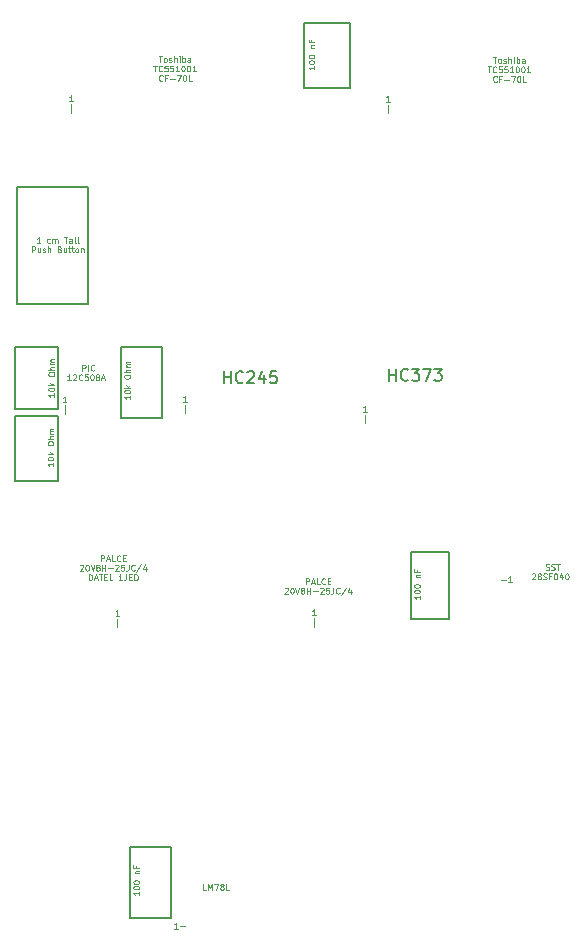
<source format=gbr>
%TF.GenerationSoftware,KiCad,Pcbnew,(6.0.2)*%
%TF.CreationDate,2022-05-20T20:38:17-05:00*%
%TF.ProjectId,REF1326_Optimized,52454631-3332-4365-9f4f-7074696d697a,rev?*%
%TF.SameCoordinates,Original*%
%TF.FileFunction,Legend,Top*%
%TF.FilePolarity,Positive*%
%FSLAX46Y46*%
G04 Gerber Fmt 4.6, Leading zero omitted, Abs format (unit mm)*
G04 Created by KiCad (PCBNEW (6.0.2)) date 2022-05-20 20:38:17*
%MOMM*%
%LPD*%
G01*
G04 APERTURE LIST*
%ADD10C,0.150000*%
%ADD11C,0.125000*%
G04 APERTURE END LIST*
D10*
X126238000Y-128752600D02*
X129692400Y-128752600D01*
X129692400Y-128752600D02*
X129692400Y-134772400D01*
X129692400Y-134772400D02*
X126238000Y-134772400D01*
X126238000Y-134772400D02*
X126238000Y-128752600D01*
X116484400Y-86360000D02*
X120167400Y-86360000D01*
X120167400Y-86360000D02*
X120167400Y-91668600D01*
X120167400Y-91668600D02*
X116484400Y-91668600D01*
X116484400Y-91668600D02*
X116484400Y-86360000D01*
X150012400Y-103708200D02*
X153212800Y-103708200D01*
X153212800Y-103708200D02*
X153212800Y-109423200D01*
X153212800Y-109423200D02*
X150012400Y-109423200D01*
X150012400Y-109423200D02*
X150012400Y-103708200D01*
X116484400Y-92227400D02*
X120116600Y-92227400D01*
X120116600Y-92227400D02*
X120116600Y-97739200D01*
X120116600Y-97739200D02*
X116484400Y-97739200D01*
X116484400Y-97739200D02*
X116484400Y-92227400D01*
X140995400Y-58953400D02*
X144881600Y-58953400D01*
X144881600Y-58953400D02*
X144881600Y-64490600D01*
X144881600Y-64490600D02*
X140995400Y-64490600D01*
X140995400Y-64490600D02*
X140995400Y-58953400D01*
X116687600Y-72872600D02*
X122656600Y-72872600D01*
X122656600Y-72872600D02*
X122656600Y-82753200D01*
X122656600Y-82753200D02*
X116687600Y-82753200D01*
X116687600Y-82753200D02*
X116687600Y-72872600D01*
X125501400Y-86360000D02*
X128930400Y-86360000D01*
X128930400Y-86360000D02*
X128930400Y-92379800D01*
X128930400Y-92379800D02*
X125501400Y-92379800D01*
X125501400Y-92379800D02*
X125501400Y-86360000D01*
D11*
X146294457Y-91873290D02*
X146008742Y-91873290D01*
X146151600Y-91873290D02*
X146151600Y-91373290D01*
X146103980Y-91444719D01*
X146056361Y-91492338D01*
X146008742Y-91516147D01*
X146151600Y-92844957D02*
X146151600Y-92130671D01*
X132692876Y-132356990D02*
X132454780Y-132356990D01*
X132454780Y-131856990D01*
X132859542Y-132356990D02*
X132859542Y-131856990D01*
X133026209Y-132214133D01*
X133192876Y-131856990D01*
X133192876Y-132356990D01*
X133383352Y-131856990D02*
X133716685Y-131856990D01*
X133502400Y-132356990D01*
X133978590Y-132071276D02*
X133930971Y-132047466D01*
X133907161Y-132023657D01*
X133883352Y-131976038D01*
X133883352Y-131952228D01*
X133907161Y-131904609D01*
X133930971Y-131880800D01*
X133978590Y-131856990D01*
X134073828Y-131856990D01*
X134121447Y-131880800D01*
X134145257Y-131904609D01*
X134169066Y-131952228D01*
X134169066Y-131976038D01*
X134145257Y-132023657D01*
X134121447Y-132047466D01*
X134073828Y-132071276D01*
X133978590Y-132071276D01*
X133930971Y-132095085D01*
X133907161Y-132118895D01*
X133883352Y-132166514D01*
X133883352Y-132261752D01*
X133907161Y-132309371D01*
X133930971Y-132333180D01*
X133978590Y-132356990D01*
X134073828Y-132356990D01*
X134121447Y-132333180D01*
X134145257Y-132309371D01*
X134169066Y-132261752D01*
X134169066Y-132166514D01*
X134145257Y-132118895D01*
X134121447Y-132095085D01*
X134073828Y-132071276D01*
X134621447Y-132356990D02*
X134383352Y-132356990D01*
X134383352Y-131856990D01*
X126260990Y-90514323D02*
X126260990Y-90800038D01*
X126260990Y-90657180D02*
X125760990Y-90657180D01*
X125832419Y-90704800D01*
X125880038Y-90752419D01*
X125903847Y-90800038D01*
X125760990Y-90204800D02*
X125760990Y-90157180D01*
X125784800Y-90109561D01*
X125808609Y-90085752D01*
X125856228Y-90061942D01*
X125951466Y-90038133D01*
X126070514Y-90038133D01*
X126165752Y-90061942D01*
X126213371Y-90085752D01*
X126237180Y-90109561D01*
X126260990Y-90157180D01*
X126260990Y-90204800D01*
X126237180Y-90252419D01*
X126213371Y-90276228D01*
X126165752Y-90300038D01*
X126070514Y-90323847D01*
X125951466Y-90323847D01*
X125856228Y-90300038D01*
X125808609Y-90276228D01*
X125784800Y-90252419D01*
X125760990Y-90204800D01*
X126260990Y-89823847D02*
X125760990Y-89823847D01*
X126070514Y-89776228D02*
X126260990Y-89633371D01*
X125927657Y-89633371D02*
X126118133Y-89823847D01*
X125760990Y-88942895D02*
X125760990Y-88847657D01*
X125784800Y-88800038D01*
X125832419Y-88752419D01*
X125927657Y-88728609D01*
X126094323Y-88728609D01*
X126189561Y-88752419D01*
X126237180Y-88800038D01*
X126260990Y-88847657D01*
X126260990Y-88942895D01*
X126237180Y-88990514D01*
X126189561Y-89038133D01*
X126094323Y-89061942D01*
X125927657Y-89061942D01*
X125832419Y-89038133D01*
X125784800Y-88990514D01*
X125760990Y-88942895D01*
X126260990Y-88514323D02*
X125760990Y-88514323D01*
X126260990Y-88300038D02*
X125999085Y-88300038D01*
X125951466Y-88323847D01*
X125927657Y-88371466D01*
X125927657Y-88442895D01*
X125951466Y-88490514D01*
X125975276Y-88514323D01*
X126260990Y-88061942D02*
X125927657Y-88061942D01*
X125975276Y-88061942D02*
X125951466Y-88038133D01*
X125927657Y-87990514D01*
X125927657Y-87919085D01*
X125951466Y-87871466D01*
X125999085Y-87847657D01*
X126260990Y-87847657D01*
X125999085Y-87847657D02*
X125951466Y-87823847D01*
X125927657Y-87776228D01*
X125927657Y-87704800D01*
X125951466Y-87657180D01*
X125999085Y-87633371D01*
X126260990Y-87633371D01*
X150797390Y-107441085D02*
X150797390Y-107726800D01*
X150797390Y-107583942D02*
X150297390Y-107583942D01*
X150368819Y-107631561D01*
X150416438Y-107679180D01*
X150440247Y-107726800D01*
X150297390Y-107131561D02*
X150297390Y-107083942D01*
X150321200Y-107036323D01*
X150345009Y-107012514D01*
X150392628Y-106988704D01*
X150487866Y-106964895D01*
X150606914Y-106964895D01*
X150702152Y-106988704D01*
X150749771Y-107012514D01*
X150773580Y-107036323D01*
X150797390Y-107083942D01*
X150797390Y-107131561D01*
X150773580Y-107179180D01*
X150749771Y-107202990D01*
X150702152Y-107226800D01*
X150606914Y-107250609D01*
X150487866Y-107250609D01*
X150392628Y-107226800D01*
X150345009Y-107202990D01*
X150321200Y-107179180D01*
X150297390Y-107131561D01*
X150297390Y-106655371D02*
X150297390Y-106607752D01*
X150321200Y-106560133D01*
X150345009Y-106536323D01*
X150392628Y-106512514D01*
X150487866Y-106488704D01*
X150606914Y-106488704D01*
X150702152Y-106512514D01*
X150749771Y-106536323D01*
X150773580Y-106560133D01*
X150797390Y-106607752D01*
X150797390Y-106655371D01*
X150773580Y-106702990D01*
X150749771Y-106726800D01*
X150702152Y-106750609D01*
X150606914Y-106774419D01*
X150487866Y-106774419D01*
X150392628Y-106750609D01*
X150345009Y-106726800D01*
X150321200Y-106702990D01*
X150297390Y-106655371D01*
X150464057Y-105893466D02*
X150797390Y-105893466D01*
X150511676Y-105893466D02*
X150487866Y-105869657D01*
X150464057Y-105822038D01*
X150464057Y-105750609D01*
X150487866Y-105702990D01*
X150535485Y-105679180D01*
X150797390Y-105679180D01*
X150535485Y-105274419D02*
X150535485Y-105441085D01*
X150797390Y-105441085D02*
X150297390Y-105441085D01*
X150297390Y-105202990D01*
X118652314Y-77573090D02*
X118366600Y-77573090D01*
X118509457Y-77573090D02*
X118509457Y-77073090D01*
X118461838Y-77144519D01*
X118414219Y-77192138D01*
X118366600Y-77215947D01*
X119461838Y-77549280D02*
X119414219Y-77573090D01*
X119318980Y-77573090D01*
X119271361Y-77549280D01*
X119247552Y-77525471D01*
X119223742Y-77477852D01*
X119223742Y-77334995D01*
X119247552Y-77287376D01*
X119271361Y-77263566D01*
X119318980Y-77239757D01*
X119414219Y-77239757D01*
X119461838Y-77263566D01*
X119676123Y-77573090D02*
X119676123Y-77239757D01*
X119676123Y-77287376D02*
X119699933Y-77263566D01*
X119747552Y-77239757D01*
X119818980Y-77239757D01*
X119866600Y-77263566D01*
X119890409Y-77311185D01*
X119890409Y-77573090D01*
X119890409Y-77311185D02*
X119914219Y-77263566D01*
X119961838Y-77239757D01*
X120033266Y-77239757D01*
X120080885Y-77263566D01*
X120104695Y-77311185D01*
X120104695Y-77573090D01*
X120652314Y-77073090D02*
X120938028Y-77073090D01*
X120795171Y-77573090D02*
X120795171Y-77073090D01*
X121318980Y-77573090D02*
X121318980Y-77311185D01*
X121295171Y-77263566D01*
X121247552Y-77239757D01*
X121152314Y-77239757D01*
X121104695Y-77263566D01*
X121318980Y-77549280D02*
X121271361Y-77573090D01*
X121152314Y-77573090D01*
X121104695Y-77549280D01*
X121080885Y-77501661D01*
X121080885Y-77454042D01*
X121104695Y-77406423D01*
X121152314Y-77382614D01*
X121271361Y-77382614D01*
X121318980Y-77358804D01*
X121628504Y-77573090D02*
X121580885Y-77549280D01*
X121557076Y-77501661D01*
X121557076Y-77073090D01*
X121890409Y-77573090D02*
X121842790Y-77549280D01*
X121818980Y-77501661D01*
X121818980Y-77073090D01*
X117926123Y-78378090D02*
X117926123Y-77878090D01*
X118116600Y-77878090D01*
X118164219Y-77901900D01*
X118188028Y-77925709D01*
X118211838Y-77973328D01*
X118211838Y-78044757D01*
X118188028Y-78092376D01*
X118164219Y-78116185D01*
X118116600Y-78139995D01*
X117926123Y-78139995D01*
X118640409Y-78044757D02*
X118640409Y-78378090D01*
X118426123Y-78044757D02*
X118426123Y-78306661D01*
X118449933Y-78354280D01*
X118497552Y-78378090D01*
X118568980Y-78378090D01*
X118616600Y-78354280D01*
X118640409Y-78330471D01*
X118854695Y-78354280D02*
X118902314Y-78378090D01*
X118997552Y-78378090D01*
X119045171Y-78354280D01*
X119068980Y-78306661D01*
X119068980Y-78282852D01*
X119045171Y-78235233D01*
X118997552Y-78211423D01*
X118926123Y-78211423D01*
X118878504Y-78187614D01*
X118854695Y-78139995D01*
X118854695Y-78116185D01*
X118878504Y-78068566D01*
X118926123Y-78044757D01*
X118997552Y-78044757D01*
X119045171Y-78068566D01*
X119283266Y-78378090D02*
X119283266Y-77878090D01*
X119497552Y-78378090D02*
X119497552Y-78116185D01*
X119473742Y-78068566D01*
X119426123Y-78044757D01*
X119354695Y-78044757D01*
X119307076Y-78068566D01*
X119283266Y-78092376D01*
X120283266Y-78116185D02*
X120354695Y-78139995D01*
X120378504Y-78163804D01*
X120402314Y-78211423D01*
X120402314Y-78282852D01*
X120378504Y-78330471D01*
X120354695Y-78354280D01*
X120307076Y-78378090D01*
X120116600Y-78378090D01*
X120116600Y-77878090D01*
X120283266Y-77878090D01*
X120330885Y-77901900D01*
X120354695Y-77925709D01*
X120378504Y-77973328D01*
X120378504Y-78020947D01*
X120354695Y-78068566D01*
X120330885Y-78092376D01*
X120283266Y-78116185D01*
X120116600Y-78116185D01*
X120830885Y-78044757D02*
X120830885Y-78378090D01*
X120616600Y-78044757D02*
X120616600Y-78306661D01*
X120640409Y-78354280D01*
X120688028Y-78378090D01*
X120759457Y-78378090D01*
X120807076Y-78354280D01*
X120830885Y-78330471D01*
X120997552Y-78044757D02*
X121188028Y-78044757D01*
X121068980Y-77878090D02*
X121068980Y-78306661D01*
X121092790Y-78354280D01*
X121140409Y-78378090D01*
X121188028Y-78378090D01*
X121283266Y-78044757D02*
X121473742Y-78044757D01*
X121354695Y-77878090D02*
X121354695Y-78306661D01*
X121378504Y-78354280D01*
X121426123Y-78378090D01*
X121473742Y-78378090D01*
X121711838Y-78378090D02*
X121664219Y-78354280D01*
X121640409Y-78330471D01*
X121616600Y-78282852D01*
X121616600Y-78139995D01*
X121640409Y-78092376D01*
X121664219Y-78068566D01*
X121711838Y-78044757D01*
X121783266Y-78044757D01*
X121830885Y-78068566D01*
X121854695Y-78092376D01*
X121878504Y-78139995D01*
X121878504Y-78282852D01*
X121854695Y-78330471D01*
X121830885Y-78354280D01*
X121783266Y-78378090D01*
X121711838Y-78378090D01*
X122092790Y-78044757D02*
X122092790Y-78378090D01*
X122092790Y-78092376D02*
X122116600Y-78068566D01*
X122164219Y-78044757D01*
X122235647Y-78044757D01*
X122283266Y-78068566D01*
X122307076Y-78116185D01*
X122307076Y-78378090D01*
X157686428Y-106080714D02*
X158067380Y-106080714D01*
X158567380Y-106271190D02*
X158281666Y-106271190D01*
X158424523Y-106271190D02*
X158424523Y-105771190D01*
X158376904Y-105842619D01*
X158329285Y-105890238D01*
X158281666Y-105914047D01*
D10*
X134183714Y-89453980D02*
X134183714Y-88453980D01*
X134183714Y-88930171D02*
X134755142Y-88930171D01*
X134755142Y-89453980D02*
X134755142Y-88453980D01*
X135802761Y-89358742D02*
X135755142Y-89406361D01*
X135612285Y-89453980D01*
X135517047Y-89453980D01*
X135374190Y-89406361D01*
X135278952Y-89311123D01*
X135231333Y-89215885D01*
X135183714Y-89025409D01*
X135183714Y-88882552D01*
X135231333Y-88692076D01*
X135278952Y-88596838D01*
X135374190Y-88501600D01*
X135517047Y-88453980D01*
X135612285Y-88453980D01*
X135755142Y-88501600D01*
X135802761Y-88549219D01*
X136183714Y-88549219D02*
X136231333Y-88501600D01*
X136326571Y-88453980D01*
X136564666Y-88453980D01*
X136659904Y-88501600D01*
X136707523Y-88549219D01*
X136755142Y-88644457D01*
X136755142Y-88739695D01*
X136707523Y-88882552D01*
X136136095Y-89453980D01*
X136755142Y-89453980D01*
X137612285Y-88787314D02*
X137612285Y-89453980D01*
X137374190Y-88406361D02*
X137136095Y-89120647D01*
X137755142Y-89120647D01*
X138612285Y-88453980D02*
X138136095Y-88453980D01*
X138088476Y-88930171D01*
X138136095Y-88882552D01*
X138231333Y-88834933D01*
X138469428Y-88834933D01*
X138564666Y-88882552D01*
X138612285Y-88930171D01*
X138659904Y-89025409D01*
X138659904Y-89263504D01*
X138612285Y-89358742D01*
X138564666Y-89406361D01*
X138469428Y-89453980D01*
X138231333Y-89453980D01*
X138136095Y-89406361D01*
X138088476Y-89358742D01*
D11*
X128678952Y-61760790D02*
X128964666Y-61760790D01*
X128821809Y-62260790D02*
X128821809Y-61760790D01*
X129202761Y-62260790D02*
X129155142Y-62236980D01*
X129131333Y-62213171D01*
X129107523Y-62165552D01*
X129107523Y-62022695D01*
X129131333Y-61975076D01*
X129155142Y-61951266D01*
X129202761Y-61927457D01*
X129274190Y-61927457D01*
X129321809Y-61951266D01*
X129345619Y-61975076D01*
X129369428Y-62022695D01*
X129369428Y-62165552D01*
X129345619Y-62213171D01*
X129321809Y-62236980D01*
X129274190Y-62260790D01*
X129202761Y-62260790D01*
X129559904Y-62236980D02*
X129607523Y-62260790D01*
X129702761Y-62260790D01*
X129750380Y-62236980D01*
X129774190Y-62189361D01*
X129774190Y-62165552D01*
X129750380Y-62117933D01*
X129702761Y-62094123D01*
X129631333Y-62094123D01*
X129583714Y-62070314D01*
X129559904Y-62022695D01*
X129559904Y-61998885D01*
X129583714Y-61951266D01*
X129631333Y-61927457D01*
X129702761Y-61927457D01*
X129750380Y-61951266D01*
X129988476Y-62260790D02*
X129988476Y-61760790D01*
X130202761Y-62260790D02*
X130202761Y-61998885D01*
X130178952Y-61951266D01*
X130131333Y-61927457D01*
X130059904Y-61927457D01*
X130012285Y-61951266D01*
X129988476Y-61975076D01*
X130440857Y-62260790D02*
X130440857Y-61927457D01*
X130440857Y-61760790D02*
X130417047Y-61784600D01*
X130440857Y-61808409D01*
X130464666Y-61784600D01*
X130440857Y-61760790D01*
X130440857Y-61808409D01*
X130678952Y-62260790D02*
X130678952Y-61760790D01*
X130678952Y-61951266D02*
X130726571Y-61927457D01*
X130821809Y-61927457D01*
X130869428Y-61951266D01*
X130893238Y-61975076D01*
X130917047Y-62022695D01*
X130917047Y-62165552D01*
X130893238Y-62213171D01*
X130869428Y-62236980D01*
X130821809Y-62260790D01*
X130726571Y-62260790D01*
X130678952Y-62236980D01*
X131345619Y-62260790D02*
X131345619Y-61998885D01*
X131321809Y-61951266D01*
X131274190Y-61927457D01*
X131178952Y-61927457D01*
X131131333Y-61951266D01*
X131345619Y-62236980D02*
X131298000Y-62260790D01*
X131178952Y-62260790D01*
X131131333Y-62236980D01*
X131107523Y-62189361D01*
X131107523Y-62141742D01*
X131131333Y-62094123D01*
X131178952Y-62070314D01*
X131298000Y-62070314D01*
X131345619Y-62046504D01*
X128226571Y-62565790D02*
X128512285Y-62565790D01*
X128369428Y-63065790D02*
X128369428Y-62565790D01*
X128964666Y-63018171D02*
X128940857Y-63041980D01*
X128869428Y-63065790D01*
X128821809Y-63065790D01*
X128750380Y-63041980D01*
X128702761Y-62994361D01*
X128678952Y-62946742D01*
X128655142Y-62851504D01*
X128655142Y-62780076D01*
X128678952Y-62684838D01*
X128702761Y-62637219D01*
X128750380Y-62589600D01*
X128821809Y-62565790D01*
X128869428Y-62565790D01*
X128940857Y-62589600D01*
X128964666Y-62613409D01*
X129417047Y-62565790D02*
X129178952Y-62565790D01*
X129155142Y-62803885D01*
X129178952Y-62780076D01*
X129226571Y-62756266D01*
X129345619Y-62756266D01*
X129393238Y-62780076D01*
X129417047Y-62803885D01*
X129440857Y-62851504D01*
X129440857Y-62970552D01*
X129417047Y-63018171D01*
X129393238Y-63041980D01*
X129345619Y-63065790D01*
X129226571Y-63065790D01*
X129178952Y-63041980D01*
X129155142Y-63018171D01*
X129893238Y-62565790D02*
X129655142Y-62565790D01*
X129631333Y-62803885D01*
X129655142Y-62780076D01*
X129702761Y-62756266D01*
X129821809Y-62756266D01*
X129869428Y-62780076D01*
X129893238Y-62803885D01*
X129917047Y-62851504D01*
X129917047Y-62970552D01*
X129893238Y-63018171D01*
X129869428Y-63041980D01*
X129821809Y-63065790D01*
X129702761Y-63065790D01*
X129655142Y-63041980D01*
X129631333Y-63018171D01*
X130393238Y-63065790D02*
X130107523Y-63065790D01*
X130250380Y-63065790D02*
X130250380Y-62565790D01*
X130202761Y-62637219D01*
X130155142Y-62684838D01*
X130107523Y-62708647D01*
X130702761Y-62565790D02*
X130750380Y-62565790D01*
X130798000Y-62589600D01*
X130821809Y-62613409D01*
X130845619Y-62661028D01*
X130869428Y-62756266D01*
X130869428Y-62875314D01*
X130845619Y-62970552D01*
X130821809Y-63018171D01*
X130798000Y-63041980D01*
X130750380Y-63065790D01*
X130702761Y-63065790D01*
X130655142Y-63041980D01*
X130631333Y-63018171D01*
X130607523Y-62970552D01*
X130583714Y-62875314D01*
X130583714Y-62756266D01*
X130607523Y-62661028D01*
X130631333Y-62613409D01*
X130655142Y-62589600D01*
X130702761Y-62565790D01*
X131178952Y-62565790D02*
X131226571Y-62565790D01*
X131274190Y-62589600D01*
X131298000Y-62613409D01*
X131321809Y-62661028D01*
X131345619Y-62756266D01*
X131345619Y-62875314D01*
X131321809Y-62970552D01*
X131298000Y-63018171D01*
X131274190Y-63041980D01*
X131226571Y-63065790D01*
X131178952Y-63065790D01*
X131131333Y-63041980D01*
X131107523Y-63018171D01*
X131083714Y-62970552D01*
X131059904Y-62875314D01*
X131059904Y-62756266D01*
X131083714Y-62661028D01*
X131107523Y-62613409D01*
X131131333Y-62589600D01*
X131178952Y-62565790D01*
X131821809Y-63065790D02*
X131536095Y-63065790D01*
X131678952Y-63065790D02*
X131678952Y-62565790D01*
X131631333Y-62637219D01*
X131583714Y-62684838D01*
X131536095Y-62708647D01*
X129000380Y-63823171D02*
X128976571Y-63846980D01*
X128905142Y-63870790D01*
X128857523Y-63870790D01*
X128786095Y-63846980D01*
X128738476Y-63799361D01*
X128714666Y-63751742D01*
X128690857Y-63656504D01*
X128690857Y-63585076D01*
X128714666Y-63489838D01*
X128738476Y-63442219D01*
X128786095Y-63394600D01*
X128857523Y-63370790D01*
X128905142Y-63370790D01*
X128976571Y-63394600D01*
X129000380Y-63418409D01*
X129381333Y-63608885D02*
X129214666Y-63608885D01*
X129214666Y-63870790D02*
X129214666Y-63370790D01*
X129452761Y-63370790D01*
X129643238Y-63680314D02*
X130024190Y-63680314D01*
X130214666Y-63370790D02*
X130548000Y-63370790D01*
X130333714Y-63870790D01*
X130833714Y-63370790D02*
X130881333Y-63370790D01*
X130928952Y-63394600D01*
X130952761Y-63418409D01*
X130976571Y-63466028D01*
X131000380Y-63561266D01*
X131000380Y-63680314D01*
X130976571Y-63775552D01*
X130952761Y-63823171D01*
X130928952Y-63846980D01*
X130881333Y-63870790D01*
X130833714Y-63870790D01*
X130786095Y-63846980D01*
X130762285Y-63823171D01*
X130738476Y-63775552D01*
X130714666Y-63680314D01*
X130714666Y-63561266D01*
X130738476Y-63466028D01*
X130762285Y-63418409D01*
X130786095Y-63394600D01*
X130833714Y-63370790D01*
X131452761Y-63870790D02*
X131214666Y-63870790D01*
X131214666Y-63370790D01*
D10*
X148153714Y-89250780D02*
X148153714Y-88250780D01*
X148153714Y-88726971D02*
X148725142Y-88726971D01*
X148725142Y-89250780D02*
X148725142Y-88250780D01*
X149772761Y-89155542D02*
X149725142Y-89203161D01*
X149582285Y-89250780D01*
X149487047Y-89250780D01*
X149344190Y-89203161D01*
X149248952Y-89107923D01*
X149201333Y-89012685D01*
X149153714Y-88822209D01*
X149153714Y-88679352D01*
X149201333Y-88488876D01*
X149248952Y-88393638D01*
X149344190Y-88298400D01*
X149487047Y-88250780D01*
X149582285Y-88250780D01*
X149725142Y-88298400D01*
X149772761Y-88346019D01*
X150106095Y-88250780D02*
X150725142Y-88250780D01*
X150391809Y-88631733D01*
X150534666Y-88631733D01*
X150629904Y-88679352D01*
X150677523Y-88726971D01*
X150725142Y-88822209D01*
X150725142Y-89060304D01*
X150677523Y-89155542D01*
X150629904Y-89203161D01*
X150534666Y-89250780D01*
X150248952Y-89250780D01*
X150153714Y-89203161D01*
X150106095Y-89155542D01*
X151058476Y-88250780D02*
X151725142Y-88250780D01*
X151296571Y-89250780D01*
X152010857Y-88250780D02*
X152629904Y-88250780D01*
X152296571Y-88631733D01*
X152439428Y-88631733D01*
X152534666Y-88679352D01*
X152582285Y-88726971D01*
X152629904Y-88822209D01*
X152629904Y-89060304D01*
X152582285Y-89155542D01*
X152534666Y-89203161D01*
X152439428Y-89250780D01*
X152153714Y-89250780D01*
X152058476Y-89203161D01*
X152010857Y-89155542D01*
D11*
X141951057Y-109094490D02*
X141665342Y-109094490D01*
X141808200Y-109094490D02*
X141808200Y-108594490D01*
X141760580Y-108665919D01*
X141712961Y-108713538D01*
X141665342Y-108737347D01*
X141808200Y-110066157D02*
X141808200Y-109351871D01*
X131054457Y-91009690D02*
X130768742Y-91009690D01*
X130911600Y-91009690D02*
X130911600Y-90509690D01*
X130863980Y-90581119D01*
X130816361Y-90628738D01*
X130768742Y-90652547D01*
X130911600Y-91981357D02*
X130911600Y-91267071D01*
X123791790Y-104526390D02*
X123791790Y-104026390D01*
X123982266Y-104026390D01*
X124029885Y-104050200D01*
X124053695Y-104074009D01*
X124077504Y-104121628D01*
X124077504Y-104193057D01*
X124053695Y-104240676D01*
X124029885Y-104264485D01*
X123982266Y-104288295D01*
X123791790Y-104288295D01*
X124267980Y-104383533D02*
X124506076Y-104383533D01*
X124220361Y-104526390D02*
X124387028Y-104026390D01*
X124553695Y-104526390D01*
X124958457Y-104526390D02*
X124720361Y-104526390D01*
X124720361Y-104026390D01*
X125410838Y-104478771D02*
X125387028Y-104502580D01*
X125315600Y-104526390D01*
X125267980Y-104526390D01*
X125196552Y-104502580D01*
X125148933Y-104454961D01*
X125125123Y-104407342D01*
X125101314Y-104312104D01*
X125101314Y-104240676D01*
X125125123Y-104145438D01*
X125148933Y-104097819D01*
X125196552Y-104050200D01*
X125267980Y-104026390D01*
X125315600Y-104026390D01*
X125387028Y-104050200D01*
X125410838Y-104074009D01*
X125625123Y-104264485D02*
X125791790Y-104264485D01*
X125863219Y-104526390D02*
X125625123Y-104526390D01*
X125625123Y-104026390D01*
X125863219Y-104026390D01*
X121994171Y-104879009D02*
X122017980Y-104855200D01*
X122065600Y-104831390D01*
X122184647Y-104831390D01*
X122232266Y-104855200D01*
X122256076Y-104879009D01*
X122279885Y-104926628D01*
X122279885Y-104974247D01*
X122256076Y-105045676D01*
X121970361Y-105331390D01*
X122279885Y-105331390D01*
X122589409Y-104831390D02*
X122637028Y-104831390D01*
X122684647Y-104855200D01*
X122708457Y-104879009D01*
X122732266Y-104926628D01*
X122756076Y-105021866D01*
X122756076Y-105140914D01*
X122732266Y-105236152D01*
X122708457Y-105283771D01*
X122684647Y-105307580D01*
X122637028Y-105331390D01*
X122589409Y-105331390D01*
X122541790Y-105307580D01*
X122517980Y-105283771D01*
X122494171Y-105236152D01*
X122470361Y-105140914D01*
X122470361Y-105021866D01*
X122494171Y-104926628D01*
X122517980Y-104879009D01*
X122541790Y-104855200D01*
X122589409Y-104831390D01*
X122898933Y-104831390D02*
X123065600Y-105331390D01*
X123232266Y-104831390D01*
X123470361Y-105045676D02*
X123422742Y-105021866D01*
X123398933Y-104998057D01*
X123375123Y-104950438D01*
X123375123Y-104926628D01*
X123398933Y-104879009D01*
X123422742Y-104855200D01*
X123470361Y-104831390D01*
X123565600Y-104831390D01*
X123613219Y-104855200D01*
X123637028Y-104879009D01*
X123660838Y-104926628D01*
X123660838Y-104950438D01*
X123637028Y-104998057D01*
X123613219Y-105021866D01*
X123565600Y-105045676D01*
X123470361Y-105045676D01*
X123422742Y-105069485D01*
X123398933Y-105093295D01*
X123375123Y-105140914D01*
X123375123Y-105236152D01*
X123398933Y-105283771D01*
X123422742Y-105307580D01*
X123470361Y-105331390D01*
X123565600Y-105331390D01*
X123613219Y-105307580D01*
X123637028Y-105283771D01*
X123660838Y-105236152D01*
X123660838Y-105140914D01*
X123637028Y-105093295D01*
X123613219Y-105069485D01*
X123565600Y-105045676D01*
X123875123Y-105331390D02*
X123875123Y-104831390D01*
X123875123Y-105069485D02*
X124160838Y-105069485D01*
X124160838Y-105331390D02*
X124160838Y-104831390D01*
X124398933Y-105140914D02*
X124779885Y-105140914D01*
X124994171Y-104879009D02*
X125017980Y-104855200D01*
X125065600Y-104831390D01*
X125184647Y-104831390D01*
X125232266Y-104855200D01*
X125256076Y-104879009D01*
X125279885Y-104926628D01*
X125279885Y-104974247D01*
X125256076Y-105045676D01*
X124970361Y-105331390D01*
X125279885Y-105331390D01*
X125732266Y-104831390D02*
X125494171Y-104831390D01*
X125470361Y-105069485D01*
X125494171Y-105045676D01*
X125541790Y-105021866D01*
X125660838Y-105021866D01*
X125708457Y-105045676D01*
X125732266Y-105069485D01*
X125756076Y-105117104D01*
X125756076Y-105236152D01*
X125732266Y-105283771D01*
X125708457Y-105307580D01*
X125660838Y-105331390D01*
X125541790Y-105331390D01*
X125494171Y-105307580D01*
X125470361Y-105283771D01*
X126113219Y-104831390D02*
X126113219Y-105188533D01*
X126089409Y-105259961D01*
X126041790Y-105307580D01*
X125970361Y-105331390D01*
X125922742Y-105331390D01*
X126637028Y-105283771D02*
X126613219Y-105307580D01*
X126541790Y-105331390D01*
X126494171Y-105331390D01*
X126422742Y-105307580D01*
X126375123Y-105259961D01*
X126351314Y-105212342D01*
X126327504Y-105117104D01*
X126327504Y-105045676D01*
X126351314Y-104950438D01*
X126375123Y-104902819D01*
X126422742Y-104855200D01*
X126494171Y-104831390D01*
X126541790Y-104831390D01*
X126613219Y-104855200D01*
X126637028Y-104879009D01*
X127208457Y-104807580D02*
X126779885Y-105450438D01*
X127589409Y-104998057D02*
X127589409Y-105331390D01*
X127470361Y-104807580D02*
X127351314Y-105164723D01*
X127660838Y-105164723D01*
X122756076Y-106136390D02*
X122756076Y-105636390D01*
X122875123Y-105636390D01*
X122946552Y-105660200D01*
X122994171Y-105707819D01*
X123017980Y-105755438D01*
X123041790Y-105850676D01*
X123041790Y-105922104D01*
X123017980Y-106017342D01*
X122994171Y-106064961D01*
X122946552Y-106112580D01*
X122875123Y-106136390D01*
X122756076Y-106136390D01*
X123232266Y-105993533D02*
X123470361Y-105993533D01*
X123184647Y-106136390D02*
X123351314Y-105636390D01*
X123517980Y-106136390D01*
X123613219Y-105636390D02*
X123898933Y-105636390D01*
X123756076Y-106136390D02*
X123756076Y-105636390D01*
X124065600Y-105874485D02*
X124232266Y-105874485D01*
X124303695Y-106136390D02*
X124065600Y-106136390D01*
X124065600Y-105636390D01*
X124303695Y-105636390D01*
X124756076Y-106136390D02*
X124517980Y-106136390D01*
X124517980Y-105636390D01*
X125565600Y-106136390D02*
X125279885Y-106136390D01*
X125422742Y-106136390D02*
X125422742Y-105636390D01*
X125375123Y-105707819D01*
X125327504Y-105755438D01*
X125279885Y-105779247D01*
X125922742Y-105636390D02*
X125922742Y-105993533D01*
X125898933Y-106064961D01*
X125851314Y-106112580D01*
X125779885Y-106136390D01*
X125732266Y-106136390D01*
X126160838Y-105874485D02*
X126327504Y-105874485D01*
X126398933Y-106136390D02*
X126160838Y-106136390D01*
X126160838Y-105636390D01*
X126398933Y-105636390D01*
X126613219Y-106136390D02*
X126613219Y-105636390D01*
X126732266Y-105636390D01*
X126803695Y-105660200D01*
X126851314Y-105707819D01*
X126875123Y-105755438D01*
X126898933Y-105850676D01*
X126898933Y-105922104D01*
X126875123Y-106017342D01*
X126851314Y-106064961D01*
X126803695Y-106112580D01*
X126732266Y-106136390D01*
X126613219Y-106136390D01*
X141139990Y-106478290D02*
X141139990Y-105978290D01*
X141330466Y-105978290D01*
X141378085Y-106002100D01*
X141401895Y-106025909D01*
X141425704Y-106073528D01*
X141425704Y-106144957D01*
X141401895Y-106192576D01*
X141378085Y-106216385D01*
X141330466Y-106240195D01*
X141139990Y-106240195D01*
X141616180Y-106335433D02*
X141854276Y-106335433D01*
X141568561Y-106478290D02*
X141735228Y-105978290D01*
X141901895Y-106478290D01*
X142306657Y-106478290D02*
X142068561Y-106478290D01*
X142068561Y-105978290D01*
X142759038Y-106430671D02*
X142735228Y-106454480D01*
X142663800Y-106478290D01*
X142616180Y-106478290D01*
X142544752Y-106454480D01*
X142497133Y-106406861D01*
X142473323Y-106359242D01*
X142449514Y-106264004D01*
X142449514Y-106192576D01*
X142473323Y-106097338D01*
X142497133Y-106049719D01*
X142544752Y-106002100D01*
X142616180Y-105978290D01*
X142663800Y-105978290D01*
X142735228Y-106002100D01*
X142759038Y-106025909D01*
X142973323Y-106216385D02*
X143139990Y-106216385D01*
X143211419Y-106478290D02*
X142973323Y-106478290D01*
X142973323Y-105978290D01*
X143211419Y-105978290D01*
X139342371Y-106830909D02*
X139366180Y-106807100D01*
X139413800Y-106783290D01*
X139532847Y-106783290D01*
X139580466Y-106807100D01*
X139604276Y-106830909D01*
X139628085Y-106878528D01*
X139628085Y-106926147D01*
X139604276Y-106997576D01*
X139318561Y-107283290D01*
X139628085Y-107283290D01*
X139937609Y-106783290D02*
X139985228Y-106783290D01*
X140032847Y-106807100D01*
X140056657Y-106830909D01*
X140080466Y-106878528D01*
X140104276Y-106973766D01*
X140104276Y-107092814D01*
X140080466Y-107188052D01*
X140056657Y-107235671D01*
X140032847Y-107259480D01*
X139985228Y-107283290D01*
X139937609Y-107283290D01*
X139889990Y-107259480D01*
X139866180Y-107235671D01*
X139842371Y-107188052D01*
X139818561Y-107092814D01*
X139818561Y-106973766D01*
X139842371Y-106878528D01*
X139866180Y-106830909D01*
X139889990Y-106807100D01*
X139937609Y-106783290D01*
X140247133Y-106783290D02*
X140413800Y-107283290D01*
X140580466Y-106783290D01*
X140818561Y-106997576D02*
X140770942Y-106973766D01*
X140747133Y-106949957D01*
X140723323Y-106902338D01*
X140723323Y-106878528D01*
X140747133Y-106830909D01*
X140770942Y-106807100D01*
X140818561Y-106783290D01*
X140913800Y-106783290D01*
X140961419Y-106807100D01*
X140985228Y-106830909D01*
X141009038Y-106878528D01*
X141009038Y-106902338D01*
X140985228Y-106949957D01*
X140961419Y-106973766D01*
X140913800Y-106997576D01*
X140818561Y-106997576D01*
X140770942Y-107021385D01*
X140747133Y-107045195D01*
X140723323Y-107092814D01*
X140723323Y-107188052D01*
X140747133Y-107235671D01*
X140770942Y-107259480D01*
X140818561Y-107283290D01*
X140913800Y-107283290D01*
X140961419Y-107259480D01*
X140985228Y-107235671D01*
X141009038Y-107188052D01*
X141009038Y-107092814D01*
X140985228Y-107045195D01*
X140961419Y-107021385D01*
X140913800Y-106997576D01*
X141223323Y-107283290D02*
X141223323Y-106783290D01*
X141223323Y-107021385D02*
X141509038Y-107021385D01*
X141509038Y-107283290D02*
X141509038Y-106783290D01*
X141747133Y-107092814D02*
X142128085Y-107092814D01*
X142342371Y-106830909D02*
X142366180Y-106807100D01*
X142413800Y-106783290D01*
X142532847Y-106783290D01*
X142580466Y-106807100D01*
X142604276Y-106830909D01*
X142628085Y-106878528D01*
X142628085Y-106926147D01*
X142604276Y-106997576D01*
X142318561Y-107283290D01*
X142628085Y-107283290D01*
X143080466Y-106783290D02*
X142842371Y-106783290D01*
X142818561Y-107021385D01*
X142842371Y-106997576D01*
X142889990Y-106973766D01*
X143009038Y-106973766D01*
X143056657Y-106997576D01*
X143080466Y-107021385D01*
X143104276Y-107069004D01*
X143104276Y-107188052D01*
X143080466Y-107235671D01*
X143056657Y-107259480D01*
X143009038Y-107283290D01*
X142889990Y-107283290D01*
X142842371Y-107259480D01*
X142818561Y-107235671D01*
X143461419Y-106783290D02*
X143461419Y-107140433D01*
X143437609Y-107211861D01*
X143389990Y-107259480D01*
X143318561Y-107283290D01*
X143270942Y-107283290D01*
X143985228Y-107235671D02*
X143961419Y-107259480D01*
X143889990Y-107283290D01*
X143842371Y-107283290D01*
X143770942Y-107259480D01*
X143723323Y-107211861D01*
X143699514Y-107164242D01*
X143675704Y-107069004D01*
X143675704Y-106997576D01*
X143699514Y-106902338D01*
X143723323Y-106854719D01*
X143770942Y-106807100D01*
X143842371Y-106783290D01*
X143889990Y-106783290D01*
X143961419Y-106807100D01*
X143985228Y-106830909D01*
X144556657Y-106759480D02*
X144128085Y-107402338D01*
X144937609Y-106949957D02*
X144937609Y-107283290D01*
X144818561Y-106759480D02*
X144699514Y-107116623D01*
X145009038Y-107116623D01*
X119758590Y-96178523D02*
X119758590Y-96464238D01*
X119758590Y-96321380D02*
X119258590Y-96321380D01*
X119330019Y-96369000D01*
X119377638Y-96416619D01*
X119401447Y-96464238D01*
X119258590Y-95869000D02*
X119258590Y-95821380D01*
X119282400Y-95773761D01*
X119306209Y-95749952D01*
X119353828Y-95726142D01*
X119449066Y-95702333D01*
X119568114Y-95702333D01*
X119663352Y-95726142D01*
X119710971Y-95749952D01*
X119734780Y-95773761D01*
X119758590Y-95821380D01*
X119758590Y-95869000D01*
X119734780Y-95916619D01*
X119710971Y-95940428D01*
X119663352Y-95964238D01*
X119568114Y-95988047D01*
X119449066Y-95988047D01*
X119353828Y-95964238D01*
X119306209Y-95940428D01*
X119282400Y-95916619D01*
X119258590Y-95869000D01*
X119758590Y-95488047D02*
X119258590Y-95488047D01*
X119568114Y-95440428D02*
X119758590Y-95297571D01*
X119425257Y-95297571D02*
X119615733Y-95488047D01*
X119258590Y-94607095D02*
X119258590Y-94511857D01*
X119282400Y-94464238D01*
X119330019Y-94416619D01*
X119425257Y-94392809D01*
X119591923Y-94392809D01*
X119687161Y-94416619D01*
X119734780Y-94464238D01*
X119758590Y-94511857D01*
X119758590Y-94607095D01*
X119734780Y-94654714D01*
X119687161Y-94702333D01*
X119591923Y-94726142D01*
X119425257Y-94726142D01*
X119330019Y-94702333D01*
X119282400Y-94654714D01*
X119258590Y-94607095D01*
X119758590Y-94178523D02*
X119258590Y-94178523D01*
X119758590Y-93964238D02*
X119496685Y-93964238D01*
X119449066Y-93988047D01*
X119425257Y-94035666D01*
X119425257Y-94107095D01*
X119449066Y-94154714D01*
X119472876Y-94178523D01*
X119758590Y-93726142D02*
X119425257Y-93726142D01*
X119472876Y-93726142D02*
X119449066Y-93702333D01*
X119425257Y-93654714D01*
X119425257Y-93583285D01*
X119449066Y-93535666D01*
X119496685Y-93511857D01*
X119758590Y-93511857D01*
X119496685Y-93511857D02*
X119449066Y-93488047D01*
X119425257Y-93440428D01*
X119425257Y-93369000D01*
X119449066Y-93321380D01*
X119496685Y-93297571D01*
X119758590Y-93297571D01*
X120843657Y-91085890D02*
X120557942Y-91085890D01*
X120700800Y-91085890D02*
X120700800Y-90585890D01*
X120653180Y-90657319D01*
X120605561Y-90704938D01*
X120557942Y-90728747D01*
X120700800Y-92057557D02*
X120700800Y-91343271D01*
X156974552Y-61836990D02*
X157260266Y-61836990D01*
X157117409Y-62336990D02*
X157117409Y-61836990D01*
X157498361Y-62336990D02*
X157450742Y-62313180D01*
X157426933Y-62289371D01*
X157403123Y-62241752D01*
X157403123Y-62098895D01*
X157426933Y-62051276D01*
X157450742Y-62027466D01*
X157498361Y-62003657D01*
X157569790Y-62003657D01*
X157617409Y-62027466D01*
X157641219Y-62051276D01*
X157665028Y-62098895D01*
X157665028Y-62241752D01*
X157641219Y-62289371D01*
X157617409Y-62313180D01*
X157569790Y-62336990D01*
X157498361Y-62336990D01*
X157855504Y-62313180D02*
X157903123Y-62336990D01*
X157998361Y-62336990D01*
X158045980Y-62313180D01*
X158069790Y-62265561D01*
X158069790Y-62241752D01*
X158045980Y-62194133D01*
X157998361Y-62170323D01*
X157926933Y-62170323D01*
X157879314Y-62146514D01*
X157855504Y-62098895D01*
X157855504Y-62075085D01*
X157879314Y-62027466D01*
X157926933Y-62003657D01*
X157998361Y-62003657D01*
X158045980Y-62027466D01*
X158284076Y-62336990D02*
X158284076Y-61836990D01*
X158498361Y-62336990D02*
X158498361Y-62075085D01*
X158474552Y-62027466D01*
X158426933Y-62003657D01*
X158355504Y-62003657D01*
X158307885Y-62027466D01*
X158284076Y-62051276D01*
X158736457Y-62336990D02*
X158736457Y-62003657D01*
X158736457Y-61836990D02*
X158712647Y-61860800D01*
X158736457Y-61884609D01*
X158760266Y-61860800D01*
X158736457Y-61836990D01*
X158736457Y-61884609D01*
X158974552Y-62336990D02*
X158974552Y-61836990D01*
X158974552Y-62027466D02*
X159022171Y-62003657D01*
X159117409Y-62003657D01*
X159165028Y-62027466D01*
X159188838Y-62051276D01*
X159212647Y-62098895D01*
X159212647Y-62241752D01*
X159188838Y-62289371D01*
X159165028Y-62313180D01*
X159117409Y-62336990D01*
X159022171Y-62336990D01*
X158974552Y-62313180D01*
X159641219Y-62336990D02*
X159641219Y-62075085D01*
X159617409Y-62027466D01*
X159569790Y-62003657D01*
X159474552Y-62003657D01*
X159426933Y-62027466D01*
X159641219Y-62313180D02*
X159593600Y-62336990D01*
X159474552Y-62336990D01*
X159426933Y-62313180D01*
X159403123Y-62265561D01*
X159403123Y-62217942D01*
X159426933Y-62170323D01*
X159474552Y-62146514D01*
X159593600Y-62146514D01*
X159641219Y-62122704D01*
X156522171Y-62641990D02*
X156807885Y-62641990D01*
X156665028Y-63141990D02*
X156665028Y-62641990D01*
X157260266Y-63094371D02*
X157236457Y-63118180D01*
X157165028Y-63141990D01*
X157117409Y-63141990D01*
X157045980Y-63118180D01*
X156998361Y-63070561D01*
X156974552Y-63022942D01*
X156950742Y-62927704D01*
X156950742Y-62856276D01*
X156974552Y-62761038D01*
X156998361Y-62713419D01*
X157045980Y-62665800D01*
X157117409Y-62641990D01*
X157165028Y-62641990D01*
X157236457Y-62665800D01*
X157260266Y-62689609D01*
X157712647Y-62641990D02*
X157474552Y-62641990D01*
X157450742Y-62880085D01*
X157474552Y-62856276D01*
X157522171Y-62832466D01*
X157641219Y-62832466D01*
X157688838Y-62856276D01*
X157712647Y-62880085D01*
X157736457Y-62927704D01*
X157736457Y-63046752D01*
X157712647Y-63094371D01*
X157688838Y-63118180D01*
X157641219Y-63141990D01*
X157522171Y-63141990D01*
X157474552Y-63118180D01*
X157450742Y-63094371D01*
X158188838Y-62641990D02*
X157950742Y-62641990D01*
X157926933Y-62880085D01*
X157950742Y-62856276D01*
X157998361Y-62832466D01*
X158117409Y-62832466D01*
X158165028Y-62856276D01*
X158188838Y-62880085D01*
X158212647Y-62927704D01*
X158212647Y-63046752D01*
X158188838Y-63094371D01*
X158165028Y-63118180D01*
X158117409Y-63141990D01*
X157998361Y-63141990D01*
X157950742Y-63118180D01*
X157926933Y-63094371D01*
X158688838Y-63141990D02*
X158403123Y-63141990D01*
X158545980Y-63141990D02*
X158545980Y-62641990D01*
X158498361Y-62713419D01*
X158450742Y-62761038D01*
X158403123Y-62784847D01*
X158998361Y-62641990D02*
X159045980Y-62641990D01*
X159093600Y-62665800D01*
X159117409Y-62689609D01*
X159141219Y-62737228D01*
X159165028Y-62832466D01*
X159165028Y-62951514D01*
X159141219Y-63046752D01*
X159117409Y-63094371D01*
X159093600Y-63118180D01*
X159045980Y-63141990D01*
X158998361Y-63141990D01*
X158950742Y-63118180D01*
X158926933Y-63094371D01*
X158903123Y-63046752D01*
X158879314Y-62951514D01*
X158879314Y-62832466D01*
X158903123Y-62737228D01*
X158926933Y-62689609D01*
X158950742Y-62665800D01*
X158998361Y-62641990D01*
X159474552Y-62641990D02*
X159522171Y-62641990D01*
X159569790Y-62665800D01*
X159593600Y-62689609D01*
X159617409Y-62737228D01*
X159641219Y-62832466D01*
X159641219Y-62951514D01*
X159617409Y-63046752D01*
X159593600Y-63094371D01*
X159569790Y-63118180D01*
X159522171Y-63141990D01*
X159474552Y-63141990D01*
X159426933Y-63118180D01*
X159403123Y-63094371D01*
X159379314Y-63046752D01*
X159355504Y-62951514D01*
X159355504Y-62832466D01*
X159379314Y-62737228D01*
X159403123Y-62689609D01*
X159426933Y-62665800D01*
X159474552Y-62641990D01*
X160117409Y-63141990D02*
X159831695Y-63141990D01*
X159974552Y-63141990D02*
X159974552Y-62641990D01*
X159926933Y-62713419D01*
X159879314Y-62761038D01*
X159831695Y-62784847D01*
X157295980Y-63899371D02*
X157272171Y-63923180D01*
X157200742Y-63946990D01*
X157153123Y-63946990D01*
X157081695Y-63923180D01*
X157034076Y-63875561D01*
X157010266Y-63827942D01*
X156986457Y-63732704D01*
X156986457Y-63661276D01*
X157010266Y-63566038D01*
X157034076Y-63518419D01*
X157081695Y-63470800D01*
X157153123Y-63446990D01*
X157200742Y-63446990D01*
X157272171Y-63470800D01*
X157295980Y-63494609D01*
X157676933Y-63685085D02*
X157510266Y-63685085D01*
X157510266Y-63946990D02*
X157510266Y-63446990D01*
X157748361Y-63446990D01*
X157938838Y-63756514D02*
X158319790Y-63756514D01*
X158510266Y-63446990D02*
X158843600Y-63446990D01*
X158629314Y-63946990D01*
X159129314Y-63446990D02*
X159176933Y-63446990D01*
X159224552Y-63470800D01*
X159248361Y-63494609D01*
X159272171Y-63542228D01*
X159295980Y-63637466D01*
X159295980Y-63756514D01*
X159272171Y-63851752D01*
X159248361Y-63899371D01*
X159224552Y-63923180D01*
X159176933Y-63946990D01*
X159129314Y-63946990D01*
X159081695Y-63923180D01*
X159057885Y-63899371D01*
X159034076Y-63851752D01*
X159010266Y-63756514D01*
X159010266Y-63637466D01*
X159034076Y-63542228D01*
X159057885Y-63494609D01*
X159081695Y-63470800D01*
X159129314Y-63446990D01*
X159748361Y-63946990D02*
X159510266Y-63946990D01*
X159510266Y-63446990D01*
X125314057Y-109145290D02*
X125028342Y-109145290D01*
X125171200Y-109145290D02*
X125171200Y-108645290D01*
X125123580Y-108716719D01*
X125075961Y-108764338D01*
X125028342Y-108788147D01*
X125171200Y-110116957D02*
X125171200Y-109402671D01*
X119834790Y-90311123D02*
X119834790Y-90596838D01*
X119834790Y-90453980D02*
X119334790Y-90453980D01*
X119406219Y-90501600D01*
X119453838Y-90549219D01*
X119477647Y-90596838D01*
X119334790Y-90001600D02*
X119334790Y-89953980D01*
X119358600Y-89906361D01*
X119382409Y-89882552D01*
X119430028Y-89858742D01*
X119525266Y-89834933D01*
X119644314Y-89834933D01*
X119739552Y-89858742D01*
X119787171Y-89882552D01*
X119810980Y-89906361D01*
X119834790Y-89953980D01*
X119834790Y-90001600D01*
X119810980Y-90049219D01*
X119787171Y-90073028D01*
X119739552Y-90096838D01*
X119644314Y-90120647D01*
X119525266Y-90120647D01*
X119430028Y-90096838D01*
X119382409Y-90073028D01*
X119358600Y-90049219D01*
X119334790Y-90001600D01*
X119834790Y-89620647D02*
X119334790Y-89620647D01*
X119644314Y-89573028D02*
X119834790Y-89430171D01*
X119501457Y-89430171D02*
X119691933Y-89620647D01*
X119334790Y-88739695D02*
X119334790Y-88644457D01*
X119358600Y-88596838D01*
X119406219Y-88549219D01*
X119501457Y-88525409D01*
X119668123Y-88525409D01*
X119763361Y-88549219D01*
X119810980Y-88596838D01*
X119834790Y-88644457D01*
X119834790Y-88739695D01*
X119810980Y-88787314D01*
X119763361Y-88834933D01*
X119668123Y-88858742D01*
X119501457Y-88858742D01*
X119406219Y-88834933D01*
X119358600Y-88787314D01*
X119334790Y-88739695D01*
X119834790Y-88311123D02*
X119334790Y-88311123D01*
X119834790Y-88096838D02*
X119572885Y-88096838D01*
X119525266Y-88120647D01*
X119501457Y-88168266D01*
X119501457Y-88239695D01*
X119525266Y-88287314D01*
X119549076Y-88311123D01*
X119834790Y-87858742D02*
X119501457Y-87858742D01*
X119549076Y-87858742D02*
X119525266Y-87834933D01*
X119501457Y-87787314D01*
X119501457Y-87715885D01*
X119525266Y-87668266D01*
X119572885Y-87644457D01*
X119834790Y-87644457D01*
X119572885Y-87644457D02*
X119525266Y-87620647D01*
X119501457Y-87573028D01*
X119501457Y-87501600D01*
X119525266Y-87453980D01*
X119572885Y-87430171D01*
X119834790Y-87430171D01*
X161442447Y-105235280D02*
X161513876Y-105259090D01*
X161632923Y-105259090D01*
X161680542Y-105235280D01*
X161704352Y-105211471D01*
X161728161Y-105163852D01*
X161728161Y-105116233D01*
X161704352Y-105068614D01*
X161680542Y-105044804D01*
X161632923Y-105020995D01*
X161537685Y-104997185D01*
X161490066Y-104973376D01*
X161466257Y-104949566D01*
X161442447Y-104901947D01*
X161442447Y-104854328D01*
X161466257Y-104806709D01*
X161490066Y-104782900D01*
X161537685Y-104759090D01*
X161656733Y-104759090D01*
X161728161Y-104782900D01*
X161918638Y-105235280D02*
X161990066Y-105259090D01*
X162109114Y-105259090D01*
X162156733Y-105235280D01*
X162180542Y-105211471D01*
X162204352Y-105163852D01*
X162204352Y-105116233D01*
X162180542Y-105068614D01*
X162156733Y-105044804D01*
X162109114Y-105020995D01*
X162013876Y-104997185D01*
X161966257Y-104973376D01*
X161942447Y-104949566D01*
X161918638Y-104901947D01*
X161918638Y-104854328D01*
X161942447Y-104806709D01*
X161966257Y-104782900D01*
X162013876Y-104759090D01*
X162132923Y-104759090D01*
X162204352Y-104782900D01*
X162347209Y-104759090D02*
X162632923Y-104759090D01*
X162490066Y-105259090D02*
X162490066Y-104759090D01*
X160275780Y-105611709D02*
X160299590Y-105587900D01*
X160347209Y-105564090D01*
X160466257Y-105564090D01*
X160513876Y-105587900D01*
X160537685Y-105611709D01*
X160561495Y-105659328D01*
X160561495Y-105706947D01*
X160537685Y-105778376D01*
X160251971Y-106064090D01*
X160561495Y-106064090D01*
X160847209Y-105778376D02*
X160799590Y-105754566D01*
X160775780Y-105730757D01*
X160751971Y-105683138D01*
X160751971Y-105659328D01*
X160775780Y-105611709D01*
X160799590Y-105587900D01*
X160847209Y-105564090D01*
X160942447Y-105564090D01*
X160990066Y-105587900D01*
X161013876Y-105611709D01*
X161037685Y-105659328D01*
X161037685Y-105683138D01*
X161013876Y-105730757D01*
X160990066Y-105754566D01*
X160942447Y-105778376D01*
X160847209Y-105778376D01*
X160799590Y-105802185D01*
X160775780Y-105825995D01*
X160751971Y-105873614D01*
X160751971Y-105968852D01*
X160775780Y-106016471D01*
X160799590Y-106040280D01*
X160847209Y-106064090D01*
X160942447Y-106064090D01*
X160990066Y-106040280D01*
X161013876Y-106016471D01*
X161037685Y-105968852D01*
X161037685Y-105873614D01*
X161013876Y-105825995D01*
X160990066Y-105802185D01*
X160942447Y-105778376D01*
X161228161Y-106040280D02*
X161299590Y-106064090D01*
X161418638Y-106064090D01*
X161466257Y-106040280D01*
X161490066Y-106016471D01*
X161513876Y-105968852D01*
X161513876Y-105921233D01*
X161490066Y-105873614D01*
X161466257Y-105849804D01*
X161418638Y-105825995D01*
X161323400Y-105802185D01*
X161275780Y-105778376D01*
X161251971Y-105754566D01*
X161228161Y-105706947D01*
X161228161Y-105659328D01*
X161251971Y-105611709D01*
X161275780Y-105587900D01*
X161323400Y-105564090D01*
X161442447Y-105564090D01*
X161513876Y-105587900D01*
X161894828Y-105802185D02*
X161728161Y-105802185D01*
X161728161Y-106064090D02*
X161728161Y-105564090D01*
X161966257Y-105564090D01*
X162251971Y-105564090D02*
X162299590Y-105564090D01*
X162347209Y-105587900D01*
X162371019Y-105611709D01*
X162394828Y-105659328D01*
X162418638Y-105754566D01*
X162418638Y-105873614D01*
X162394828Y-105968852D01*
X162371019Y-106016471D01*
X162347209Y-106040280D01*
X162299590Y-106064090D01*
X162251971Y-106064090D01*
X162204352Y-106040280D01*
X162180542Y-106016471D01*
X162156733Y-105968852D01*
X162132923Y-105873614D01*
X162132923Y-105754566D01*
X162156733Y-105659328D01*
X162180542Y-105611709D01*
X162204352Y-105587900D01*
X162251971Y-105564090D01*
X162847209Y-105730757D02*
X162847209Y-106064090D01*
X162728161Y-105540280D02*
X162609114Y-105897423D01*
X162918638Y-105897423D01*
X163204352Y-105564090D02*
X163251971Y-105564090D01*
X163299590Y-105587900D01*
X163323400Y-105611709D01*
X163347209Y-105659328D01*
X163371019Y-105754566D01*
X163371019Y-105873614D01*
X163347209Y-105968852D01*
X163323400Y-106016471D01*
X163299590Y-106040280D01*
X163251971Y-106064090D01*
X163204352Y-106064090D01*
X163156733Y-106040280D01*
X163132923Y-106016471D01*
X163109114Y-105968852D01*
X163085304Y-105873614D01*
X163085304Y-105754566D01*
X163109114Y-105659328D01*
X163132923Y-105611709D01*
X163156733Y-105587900D01*
X163204352Y-105564090D01*
X121402457Y-65584290D02*
X121116742Y-65584290D01*
X121259600Y-65584290D02*
X121259600Y-65084290D01*
X121211980Y-65155719D01*
X121164361Y-65203338D01*
X121116742Y-65227147D01*
X121259600Y-66555957D02*
X121259600Y-65841671D01*
X130262333Y-135633590D02*
X129976619Y-135633590D01*
X130119476Y-135633590D02*
X130119476Y-135133590D01*
X130071857Y-135205019D01*
X130024238Y-135252638D01*
X129976619Y-135276447D01*
X130476619Y-135443114D02*
X130857571Y-135443114D01*
X141856590Y-62610085D02*
X141856590Y-62895800D01*
X141856590Y-62752942D02*
X141356590Y-62752942D01*
X141428019Y-62800561D01*
X141475638Y-62848180D01*
X141499447Y-62895800D01*
X141356590Y-62300561D02*
X141356590Y-62252942D01*
X141380400Y-62205323D01*
X141404209Y-62181514D01*
X141451828Y-62157704D01*
X141547066Y-62133895D01*
X141666114Y-62133895D01*
X141761352Y-62157704D01*
X141808971Y-62181514D01*
X141832780Y-62205323D01*
X141856590Y-62252942D01*
X141856590Y-62300561D01*
X141832780Y-62348180D01*
X141808971Y-62371990D01*
X141761352Y-62395800D01*
X141666114Y-62419609D01*
X141547066Y-62419609D01*
X141451828Y-62395800D01*
X141404209Y-62371990D01*
X141380400Y-62348180D01*
X141356590Y-62300561D01*
X141356590Y-61824371D02*
X141356590Y-61776752D01*
X141380400Y-61729133D01*
X141404209Y-61705323D01*
X141451828Y-61681514D01*
X141547066Y-61657704D01*
X141666114Y-61657704D01*
X141761352Y-61681514D01*
X141808971Y-61705323D01*
X141832780Y-61729133D01*
X141856590Y-61776752D01*
X141856590Y-61824371D01*
X141832780Y-61871990D01*
X141808971Y-61895800D01*
X141761352Y-61919609D01*
X141666114Y-61943419D01*
X141547066Y-61943419D01*
X141451828Y-61919609D01*
X141404209Y-61895800D01*
X141380400Y-61871990D01*
X141356590Y-61824371D01*
X141523257Y-61062466D02*
X141856590Y-61062466D01*
X141570876Y-61062466D02*
X141547066Y-61038657D01*
X141523257Y-60991038D01*
X141523257Y-60919609D01*
X141547066Y-60871990D01*
X141594685Y-60848180D01*
X141856590Y-60848180D01*
X141594685Y-60443419D02*
X141594685Y-60610085D01*
X141856590Y-60610085D02*
X141356590Y-60610085D01*
X141356590Y-60371990D01*
X148224857Y-65609690D02*
X147939142Y-65609690D01*
X148082000Y-65609690D02*
X148082000Y-65109690D01*
X148034380Y-65181119D01*
X147986761Y-65228738D01*
X147939142Y-65252547D01*
X148082000Y-66581357D02*
X148082000Y-65867071D01*
X122194676Y-88393490D02*
X122194676Y-87893490D01*
X122385152Y-87893490D01*
X122432771Y-87917300D01*
X122456580Y-87941109D01*
X122480390Y-87988728D01*
X122480390Y-88060157D01*
X122456580Y-88107776D01*
X122432771Y-88131585D01*
X122385152Y-88155395D01*
X122194676Y-88155395D01*
X122694676Y-88393490D02*
X122694676Y-87893490D01*
X123218485Y-88345871D02*
X123194676Y-88369680D01*
X123123247Y-88393490D01*
X123075628Y-88393490D01*
X123004200Y-88369680D01*
X122956580Y-88322061D01*
X122932771Y-88274442D01*
X122908961Y-88179204D01*
X122908961Y-88107776D01*
X122932771Y-88012538D01*
X122956580Y-87964919D01*
X123004200Y-87917300D01*
X123075628Y-87893490D01*
X123123247Y-87893490D01*
X123194676Y-87917300D01*
X123218485Y-87941109D01*
X121230390Y-89198490D02*
X120944676Y-89198490D01*
X121087533Y-89198490D02*
X121087533Y-88698490D01*
X121039914Y-88769919D01*
X120992295Y-88817538D01*
X120944676Y-88841347D01*
X121420866Y-88746109D02*
X121444676Y-88722300D01*
X121492295Y-88698490D01*
X121611342Y-88698490D01*
X121658961Y-88722300D01*
X121682771Y-88746109D01*
X121706580Y-88793728D01*
X121706580Y-88841347D01*
X121682771Y-88912776D01*
X121397057Y-89198490D01*
X121706580Y-89198490D01*
X122206580Y-89150871D02*
X122182771Y-89174680D01*
X122111342Y-89198490D01*
X122063723Y-89198490D01*
X121992295Y-89174680D01*
X121944676Y-89127061D01*
X121920866Y-89079442D01*
X121897057Y-88984204D01*
X121897057Y-88912776D01*
X121920866Y-88817538D01*
X121944676Y-88769919D01*
X121992295Y-88722300D01*
X122063723Y-88698490D01*
X122111342Y-88698490D01*
X122182771Y-88722300D01*
X122206580Y-88746109D01*
X122658961Y-88698490D02*
X122420866Y-88698490D01*
X122397057Y-88936585D01*
X122420866Y-88912776D01*
X122468485Y-88888966D01*
X122587533Y-88888966D01*
X122635152Y-88912776D01*
X122658961Y-88936585D01*
X122682771Y-88984204D01*
X122682771Y-89103252D01*
X122658961Y-89150871D01*
X122635152Y-89174680D01*
X122587533Y-89198490D01*
X122468485Y-89198490D01*
X122420866Y-89174680D01*
X122397057Y-89150871D01*
X122992295Y-88698490D02*
X123039914Y-88698490D01*
X123087533Y-88722300D01*
X123111342Y-88746109D01*
X123135152Y-88793728D01*
X123158961Y-88888966D01*
X123158961Y-89008014D01*
X123135152Y-89103252D01*
X123111342Y-89150871D01*
X123087533Y-89174680D01*
X123039914Y-89198490D01*
X122992295Y-89198490D01*
X122944676Y-89174680D01*
X122920866Y-89150871D01*
X122897057Y-89103252D01*
X122873247Y-89008014D01*
X122873247Y-88888966D01*
X122897057Y-88793728D01*
X122920866Y-88746109D01*
X122944676Y-88722300D01*
X122992295Y-88698490D01*
X123444676Y-88912776D02*
X123397057Y-88888966D01*
X123373247Y-88865157D01*
X123349438Y-88817538D01*
X123349438Y-88793728D01*
X123373247Y-88746109D01*
X123397057Y-88722300D01*
X123444676Y-88698490D01*
X123539914Y-88698490D01*
X123587533Y-88722300D01*
X123611342Y-88746109D01*
X123635152Y-88793728D01*
X123635152Y-88817538D01*
X123611342Y-88865157D01*
X123587533Y-88888966D01*
X123539914Y-88912776D01*
X123444676Y-88912776D01*
X123397057Y-88936585D01*
X123373247Y-88960395D01*
X123349438Y-89008014D01*
X123349438Y-89103252D01*
X123373247Y-89150871D01*
X123397057Y-89174680D01*
X123444676Y-89198490D01*
X123539914Y-89198490D01*
X123587533Y-89174680D01*
X123611342Y-89150871D01*
X123635152Y-89103252D01*
X123635152Y-89008014D01*
X123611342Y-88960395D01*
X123587533Y-88936585D01*
X123539914Y-88912776D01*
X123825628Y-89055633D02*
X124063723Y-89055633D01*
X123778009Y-89198490D02*
X123944676Y-88698490D01*
X124111342Y-89198490D01*
X127022990Y-132510885D02*
X127022990Y-132796600D01*
X127022990Y-132653742D02*
X126522990Y-132653742D01*
X126594419Y-132701361D01*
X126642038Y-132748980D01*
X126665847Y-132796600D01*
X126522990Y-132201361D02*
X126522990Y-132153742D01*
X126546800Y-132106123D01*
X126570609Y-132082314D01*
X126618228Y-132058504D01*
X126713466Y-132034695D01*
X126832514Y-132034695D01*
X126927752Y-132058504D01*
X126975371Y-132082314D01*
X126999180Y-132106123D01*
X127022990Y-132153742D01*
X127022990Y-132201361D01*
X126999180Y-132248980D01*
X126975371Y-132272790D01*
X126927752Y-132296600D01*
X126832514Y-132320409D01*
X126713466Y-132320409D01*
X126618228Y-132296600D01*
X126570609Y-132272790D01*
X126546800Y-132248980D01*
X126522990Y-132201361D01*
X126522990Y-131725171D02*
X126522990Y-131677552D01*
X126546800Y-131629933D01*
X126570609Y-131606123D01*
X126618228Y-131582314D01*
X126713466Y-131558504D01*
X126832514Y-131558504D01*
X126927752Y-131582314D01*
X126975371Y-131606123D01*
X126999180Y-131629933D01*
X127022990Y-131677552D01*
X127022990Y-131725171D01*
X126999180Y-131772790D01*
X126975371Y-131796600D01*
X126927752Y-131820409D01*
X126832514Y-131844219D01*
X126713466Y-131844219D01*
X126618228Y-131820409D01*
X126570609Y-131796600D01*
X126546800Y-131772790D01*
X126522990Y-131725171D01*
X126689657Y-130963266D02*
X127022990Y-130963266D01*
X126737276Y-130963266D02*
X126713466Y-130939457D01*
X126689657Y-130891838D01*
X126689657Y-130820409D01*
X126713466Y-130772790D01*
X126761085Y-130748980D01*
X127022990Y-130748980D01*
X126761085Y-130344219D02*
X126761085Y-130510885D01*
X127022990Y-130510885D02*
X126522990Y-130510885D01*
X126522990Y-130272790D01*
M02*

</source>
